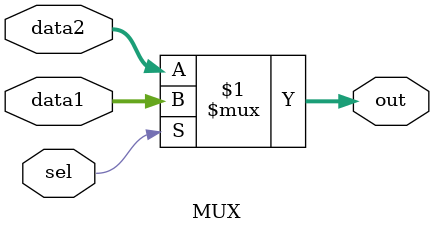
<source format=v>
module gcd_data_path (gt , lt , eq , ldA, ldB , sel1 , sel2 , sel_in , data_in , clk) ; 
	input ldA , ldB , sel1 , sel2 , sel_in , clk ; 
	input [15:0] data_in ; 
	output gt , lt , eq ; 
	wire [15:0] Aout , Bout , X ,Y , bus , subout ; 


	PIPO A (Aout , bus , ldA , clk )  ;
	PIPO B (Bout , bus , ldB , clk ) ; 
	MUX MUX_in1 (X , Aout , Bout , sel1) ; 
	MUX MUX_in2 (Y , Aout , Bout , sel2) ; 
	MUX MUX_load (bus , subout , data_in , sel_in) ;
	SUB SB (subout , X , Y) ; 
	COMPARE COMP (lt , gt, eq , Aout , Bout) ;
endmodule 

module PIPO (data_out , data_in , load , clk ) ; 
	input [15:0] data_in ; 
	input load , clk ; 
	output reg [15:0] data_out ; 

	always @(posedge clk) 
		if (load) data_out <= data_in ; 
endmodule 

module SUB (out , in1 , in2) ; 
	input [15:0] in1 , in2 ; 
	output reg [15:0] out ; 

	always @(*) 
		out = in1 - in2 ; 
endmodule 

module COMPARE (lt , gt , eq , data1 , data2)  ;
	input [15:0] data1 , data2 ; 
	output lt , gt , eq ; 
	assign lt = data1 < data2 ; 
	assign gt = data1 > data2 ; 
	assign eq = data1 == data2 ; 
endmodule 

module MUX (out , data1 , data2 , sel)  ; 
	input [15:0] data1 , data2 ; 
	input sel ; 
	output [15:0] out ; 

	assign out = sel ? data1 : data2 ; 
endmodule 
</source>
